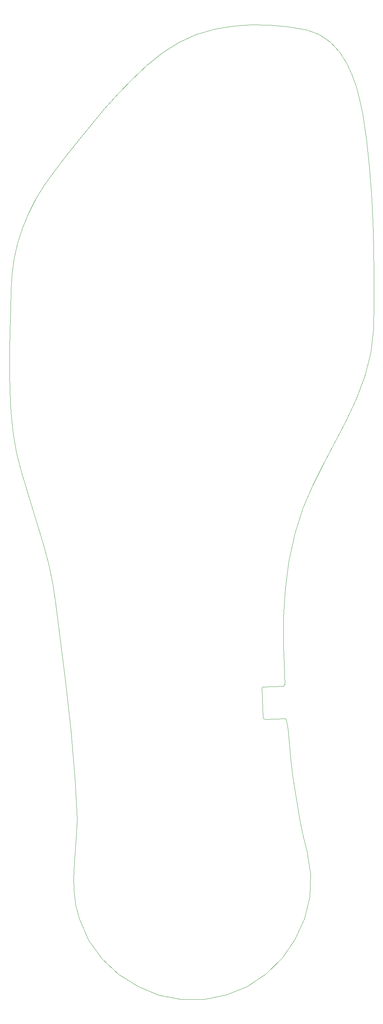
<source format=gm1>
G04 #@! TF.GenerationSoftware,KiCad,Pcbnew,(5.0.0)*
G04 #@! TF.CreationDate,2020-01-29T13:42:07+01:00*
G04 #@! TF.ProjectId,Insole_PCB,496E736F6C655F5043422E6B69636164,rev?*
G04 #@! TF.SameCoordinates,Original*
G04 #@! TF.FileFunction,Profile,NP*
%FSLAX46Y46*%
G04 Gerber Fmt 4.6, Leading zero omitted, Abs format (unit mm)*
G04 Created by KiCad (PCBNEW (5.0.0)) date 01/29/20 13:42:07*
%MOMM*%
%LPD*%
G01*
G04 APERTURE LIST*
%ADD10C,0.100000*%
G04 APERTURE END LIST*
D10*
X215348264Y-114265994D02*
X213891825Y-119851767D01*
X196605662Y-215792641D02*
X197120199Y-219472240D01*
X191171308Y-35418248D02*
X195692711Y-35863398D01*
X195767062Y-208409186D02*
X196157419Y-212103975D01*
X215536540Y-75981160D02*
X215868134Y-82465804D01*
X198381791Y-226792460D02*
X199145662Y-230427193D01*
X207807307Y-41868278D02*
X209511111Y-44512368D01*
X186612513Y-35338448D02*
X191171308Y-35418248D01*
X201404944Y-146070973D02*
X199095864Y-151372121D01*
X209411195Y-130510279D02*
X206738214Y-135697086D01*
X195692711Y-35863398D02*
X200117631Y-36628788D01*
X211932107Y-50486108D02*
X212750143Y-53595497D01*
X194402863Y-177756521D02*
X194377223Y-184514696D01*
X212750143Y-53595497D02*
X213373764Y-56639716D01*
X199145662Y-230427193D02*
X200009462Y-234041083D01*
X196157419Y-212103975D02*
X196605662Y-215792641D01*
X215030284Y-69511296D02*
X215536540Y-75981160D01*
X182075415Y-35669028D02*
X186612513Y-35338448D01*
X197709439Y-223139828D02*
X198381791Y-226792460D01*
X210869236Y-47421688D02*
X211932107Y-50486108D01*
X216047980Y-108433164D02*
X215348264Y-114265994D01*
X214319360Y-63062165D02*
X215030284Y-69511296D01*
X203160988Y-37816358D02*
X205707406Y-39599568D01*
X197120199Y-219472240D02*
X197709439Y-223139828D01*
X195426184Y-204711218D02*
X195767062Y-208409186D01*
X204010929Y-140864973D02*
X201404944Y-146070973D01*
X211854267Y-125247517D02*
X209411195Y-130510279D01*
X200117631Y-36628788D02*
X203160988Y-37816358D01*
X195627726Y-164376289D02*
X194785772Y-171033990D01*
X199095864Y-151372121D02*
X197030498Y-157812604D01*
X216055070Y-88959278D02*
X216127350Y-95455630D01*
X215868134Y-82465804D02*
X216055070Y-88959278D01*
X194785772Y-171033990D02*
X194402863Y-177756521D01*
X216127350Y-95455630D02*
X216114990Y-101948909D01*
X197030498Y-157812604D02*
X195627726Y-164376289D01*
X206738214Y-135697086D02*
X204010929Y-140864973D01*
X213891825Y-119851767D02*
X211854267Y-125247517D01*
X216114990Y-101948909D02*
X216047980Y-108433164D01*
X209511111Y-44512368D02*
X210869236Y-47421688D01*
X205707406Y-39599568D02*
X207807307Y-41868278D01*
X194377223Y-184514696D02*
X194607080Y-191279327D01*
X213373764Y-56639716D02*
X214319360Y-63062165D01*
X143749474Y-210729821D02*
X143185740Y-204682416D01*
X147578480Y-255471988D02*
X145358614Y-250434794D01*
X135475856Y-156367873D02*
X134094420Y-151914392D01*
X131391201Y-142992042D02*
X130205296Y-138489683D01*
X159365047Y-266525518D02*
X154754117Y-263605768D01*
X144732541Y-226306892D02*
X144594473Y-222845381D01*
X128451149Y-118787689D02*
X128482769Y-113825753D01*
X144602642Y-229782252D02*
X144732541Y-226306892D01*
X154754117Y-263605768D02*
X150767788Y-259891788D01*
X164428155Y-268562598D02*
X159365047Y-266525518D01*
X134094420Y-151914392D02*
X132710222Y-147461363D01*
X194096355Y-259627248D02*
X190241247Y-263458128D01*
X177619100Y-36455068D02*
X182075415Y-35669028D01*
X185713418Y-266469258D02*
X180606342Y-268493118D01*
X128846046Y-128681392D02*
X128554567Y-123741828D01*
X128857557Y-98960952D02*
X129069389Y-95154409D01*
X173302657Y-37741658D02*
X177619100Y-36455068D01*
X197185268Y-255144178D02*
X194096355Y-259627248D01*
X190241247Y-263458128D02*
X185713418Y-266469258D01*
X169185177Y-39573848D02*
X173302657Y-37741658D01*
X165325747Y-41996738D02*
X169185177Y-39573848D01*
X161544348Y-45115898D02*
X165325747Y-41996738D01*
X169771021Y-269628588D02*
X164428155Y-268562598D01*
X141858361Y-192604867D02*
X141127739Y-186573327D01*
X148096821Y-59353602D02*
X151262326Y-55599344D01*
X141992565Y-67043821D02*
X145016123Y-63179981D01*
X133062789Y-80610352D02*
X134782883Y-77232712D01*
X157958424Y-48445828D02*
X161544348Y-45115898D01*
X137958684Y-165343173D02*
X136786590Y-160838551D01*
X175221224Y-269634588D02*
X169771021Y-269628588D01*
X154540305Y-51951868D02*
X157958424Y-48445828D01*
X138998482Y-70910462D02*
X141992565Y-67043821D01*
X151262326Y-55599344D02*
X154540305Y-51951868D01*
X130205296Y-138489683D02*
X129378613Y-133599603D01*
X145016123Y-63179981D02*
X148096821Y-59353602D01*
X128738998Y-103905607D02*
X128857557Y-98960952D01*
X139615191Y-174521224D02*
X138924197Y-169898482D01*
X150767788Y-259891788D02*
X147578480Y-255471988D01*
X143185740Y-204682416D02*
X142549865Y-198640998D01*
X180606342Y-268493118D02*
X175221224Y-269634588D01*
X128482769Y-113825753D02*
X128596393Y-108862800D01*
X141127739Y-186573327D02*
X140374512Y-180545678D01*
X129378613Y-133599603D02*
X128846046Y-128681392D01*
X144332681Y-233262701D02*
X144602642Y-229782252D01*
X136786590Y-160838551D02*
X135475856Y-156367873D01*
X144050563Y-236739484D02*
X144332681Y-233262701D01*
X131618438Y-84108911D02*
X133062789Y-80610352D01*
X136765765Y-73993558D02*
X138998482Y-70910462D01*
X134782883Y-77232712D02*
X136765765Y-73993558D01*
X130462784Y-87710820D02*
X131618438Y-84108911D01*
X128596393Y-108862800D02*
X128738998Y-103905607D01*
X142549865Y-198640998D02*
X141858361Y-192604867D01*
X143884192Y-240203842D02*
X144050563Y-236739484D01*
X140374512Y-180545678D02*
X139615191Y-174521224D01*
X144224555Y-216783910D02*
X143749474Y-210729821D01*
X143961472Y-243647018D02*
X143884192Y-240203842D01*
X144410312Y-247060255D02*
X143961472Y-243647018D01*
X129608783Y-91398509D02*
X130462784Y-87710820D01*
X129069389Y-95154409D02*
X129608783Y-91398509D01*
X128554567Y-123741828D02*
X128451149Y-118787689D01*
X138924197Y-169898482D02*
X137958684Y-165343173D01*
X145358614Y-250434794D02*
X144410312Y-247060255D01*
X144594473Y-222845381D02*
X144224555Y-216783910D01*
X132710222Y-147461363D02*
X131391201Y-142992042D01*
X199414509Y-250176448D02*
X197185268Y-255144178D01*
X200690603Y-244891599D02*
X199414509Y-250176448D01*
X200920076Y-239457173D02*
X200690603Y-244891599D01*
X200009453Y-234040707D02*
X200920076Y-239457173D01*
X189489453Y-201940707D02*
X189239453Y-194810707D01*
X189489454Y-201939361D02*
G75*
G03X189935647Y-202300707I401061J39080D01*
G01*
X194679453Y-202130707D02*
X189929453Y-202300707D01*
X189519637Y-194512814D02*
G75*
G03X189239453Y-194800707I26761J-306331D01*
G01*
X195029952Y-202426623D02*
G75*
G03X194679453Y-202130707I-320499J-24084D01*
G01*
X194383537Y-194340706D02*
G75*
G03X194679453Y-193990207I-24084J320499D01*
G01*
X195029453Y-202430707D02*
X195429453Y-204720707D01*
X194379453Y-194340707D02*
X189519453Y-194510707D01*
X194609453Y-191280707D02*
X194679453Y-193980707D01*
M02*

</source>
